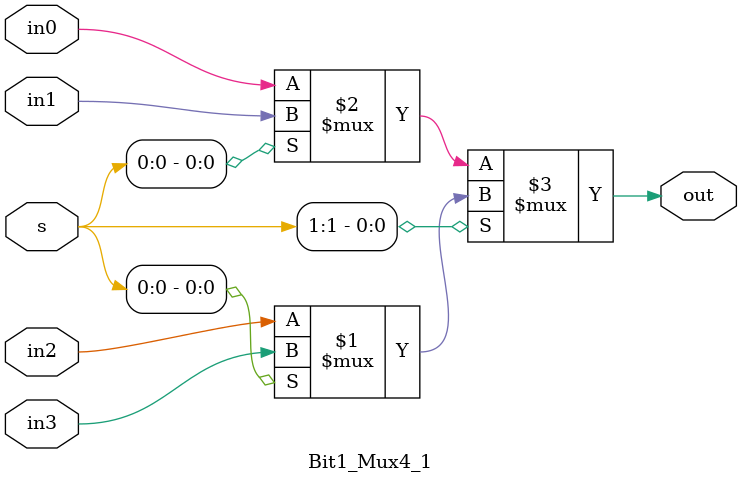
<source format=v>
/********************************************************************************************************
/		MODULE: Bit1_Mux4_1
/		PURPOSE: Take 4 1 bit inputs and select between them based on a select code
/
/		INPUTS: in0 - Input 0 00
/				in1 - Input 1 01
/				in2 - Input 2 10
/				in3 - Input 3 11
/				s[1:0] - Select Code
/
/		OUTPUTS: out - output of mux
********************************************************************************************************/
module Bit1_Mux4_1 (in0, in1, in2, in3, s, out);
input in0;
input in1;
input in2;
input in3;
input [1:0]s;

output out;

assign out = s[1] ? (s[0] ? in3 : in2) : (s[0] ? in1 : in0);

endmodule 

</source>
